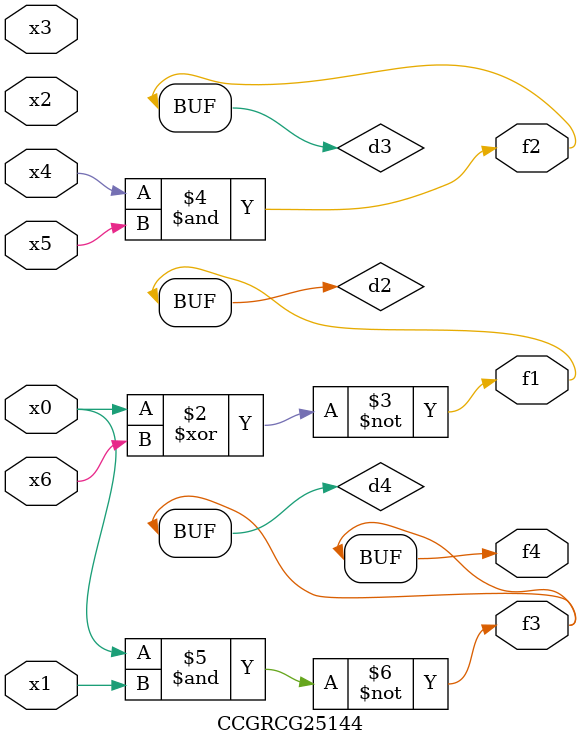
<source format=v>
module CCGRCG25144(
	input x0, x1, x2, x3, x4, x5, x6,
	output f1, f2, f3, f4
);

	wire d1, d2, d3, d4;

	nor (d1, x0);
	xnor (d2, x0, x6);
	and (d3, x4, x5);
	nand (d4, x0, x1);
	assign f1 = d2;
	assign f2 = d3;
	assign f3 = d4;
	assign f4 = d4;
endmodule

</source>
